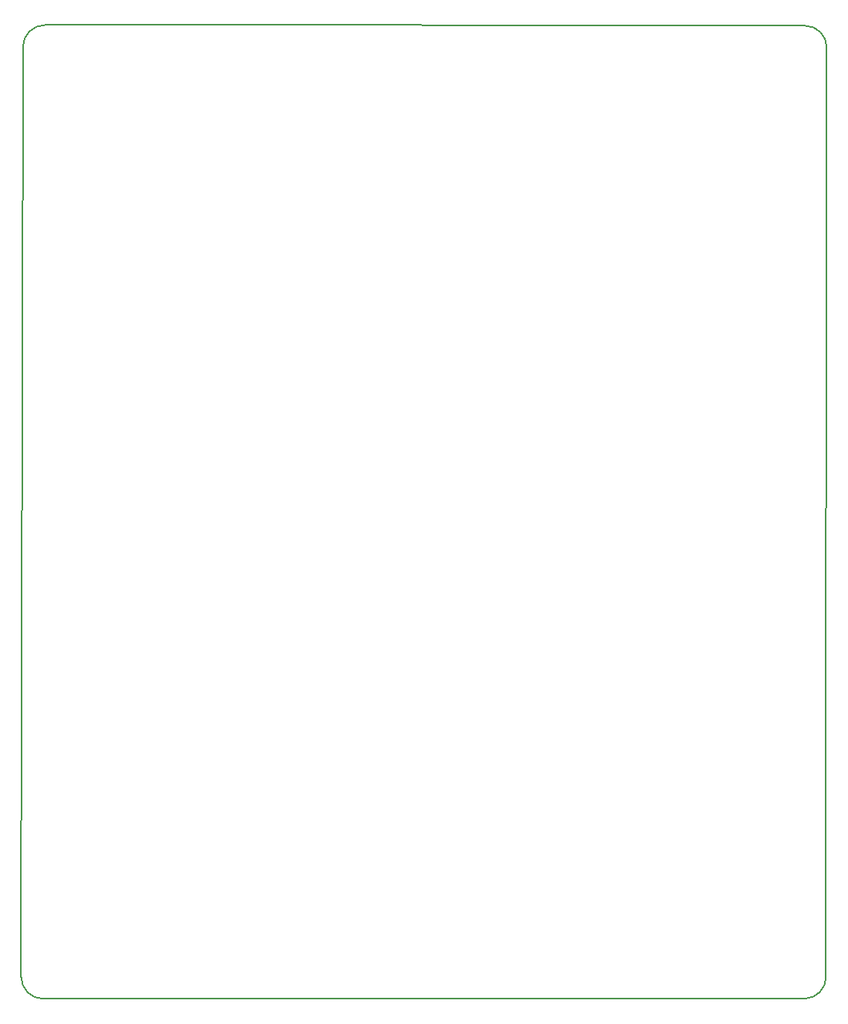
<source format=gbr>
%TF.GenerationSoftware,KiCad,Pcbnew,9.0.2*%
%TF.CreationDate,2025-06-11T10:15:39-07:00*%
%TF.ProjectId,west_workshop_2025,77657374-5f77-46f7-926b-73686f705f32,888*%
%TF.SameCoordinates,Original*%
%TF.FileFunction,Profile,NP*%
%FSLAX46Y46*%
G04 Gerber Fmt 4.6, Leading zero omitted, Abs format (unit mm)*
G04 Created by KiCad (PCBNEW 9.0.2) date 2025-06-11 10:15:39*
%MOMM*%
%LPD*%
G01*
G04 APERTURE LIST*
%TA.AperFunction,Profile*%
%ADD10C,0.200000*%
%TD*%
G04 APERTURE END LIST*
D10*
X154559987Y-61009679D02*
X71060000Y-60935749D01*
X68654044Y-63335900D02*
G75*
G02*
X71060000Y-60935751I2400056J100D01*
G01*
X156850000Y-165449960D02*
G75*
G02*
X154450000Y-167849900I-2400000J60D01*
G01*
X70849977Y-167849921D02*
G75*
G02*
X68449979Y-165449921I23J2400021D01*
G01*
X154559987Y-61009679D02*
G75*
G02*
X156931004Y-63375872I-6087J-2377121D01*
G01*
X68654042Y-63335900D02*
X68449990Y-165449921D01*
X156850000Y-165449960D02*
X156931088Y-63375872D01*
X70849977Y-167849921D02*
X154450000Y-167849921D01*
M02*

</source>
